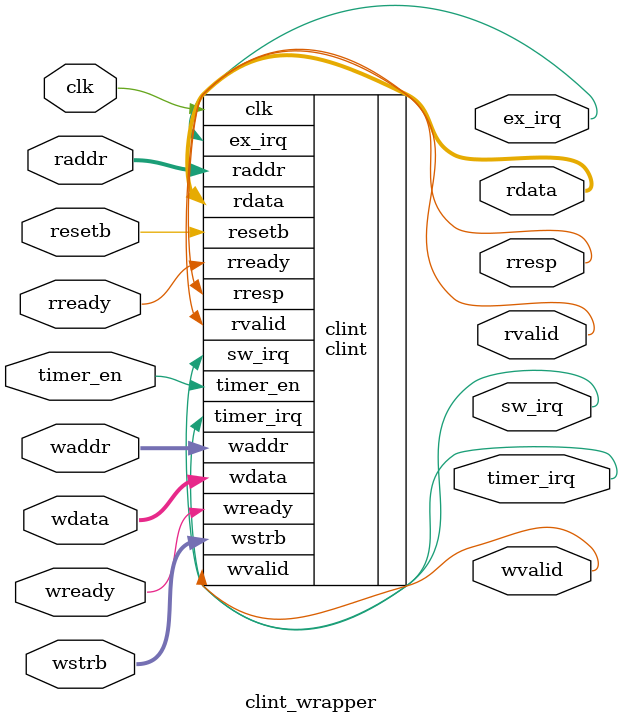
<source format=sv>
`timescale 1ns / 1ps


module clint_wrapper #(
    parameter RV32M = 1,
    parameter RV32E = 0,
    parameter RV32B = 0,
    parameter RV32C = 0
) (
    input logic clk,
    input logic resetb,
    input       timer_en,           //this is driven by srv32_wrapper also not defined as logic

    input  logic        wready,
    output logic        wvalid,
    input  logic [31:0] waddr,
    input  logic [31:0] wdata,
    input  logic [ 3:0] wstrb,

    input  logic        rready,
    output logic        rvalid,
    input  logic [31:0] raddr,
    output logic        rresp,
    output logic [31:0] rdata,

    output logic timer_irq,
    output logic sw_irq,
    output logic ex_irq
);


  clint #(
      .RV32M(RV32M),
      .RV32E(RV32E),
      .RV32B(RV32B),
      .RV32C(RV32C)
  ) clint (
      .clk     (clk),
      .resetb  (resetb),
      .timer_en(timer_en),

      .wready(wready),
      .wvalid(wvalid),
      .waddr (waddr),
      .wdata (wdata),
      .wstrb (wstrb),

      .rready(rready),
      .rvalid(rvalid),
      .raddr (raddr),
      .rresp (rresp),
      .rdata (rdata),

      .timer_irq(timer_irq),
      .sw_irq   (sw_irq),
      .ex_irq   (ex_irq)
  );
endmodule

</source>
